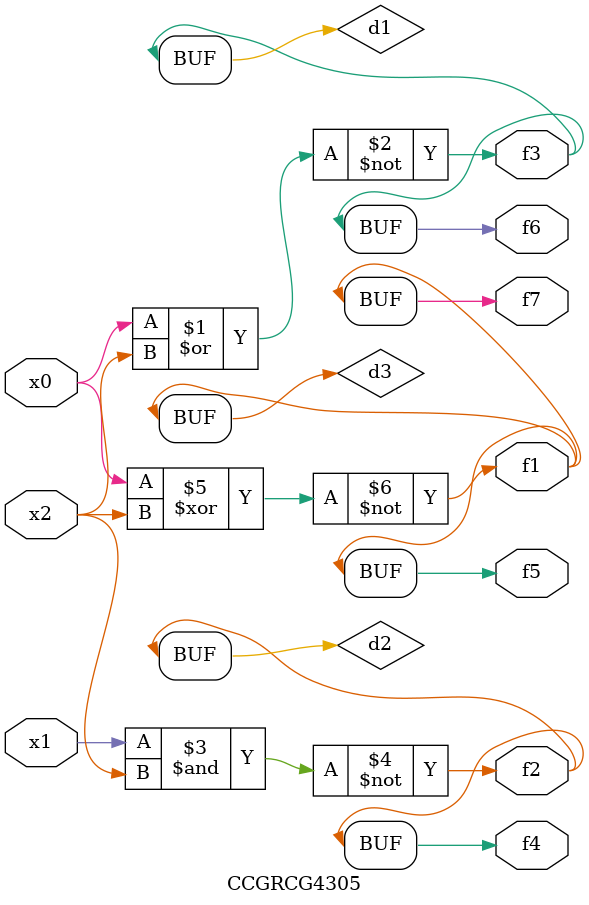
<source format=v>
module CCGRCG4305(
	input x0, x1, x2,
	output f1, f2, f3, f4, f5, f6, f7
);

	wire d1, d2, d3;

	nor (d1, x0, x2);
	nand (d2, x1, x2);
	xnor (d3, x0, x2);
	assign f1 = d3;
	assign f2 = d2;
	assign f3 = d1;
	assign f4 = d2;
	assign f5 = d3;
	assign f6 = d1;
	assign f7 = d3;
endmodule

</source>
